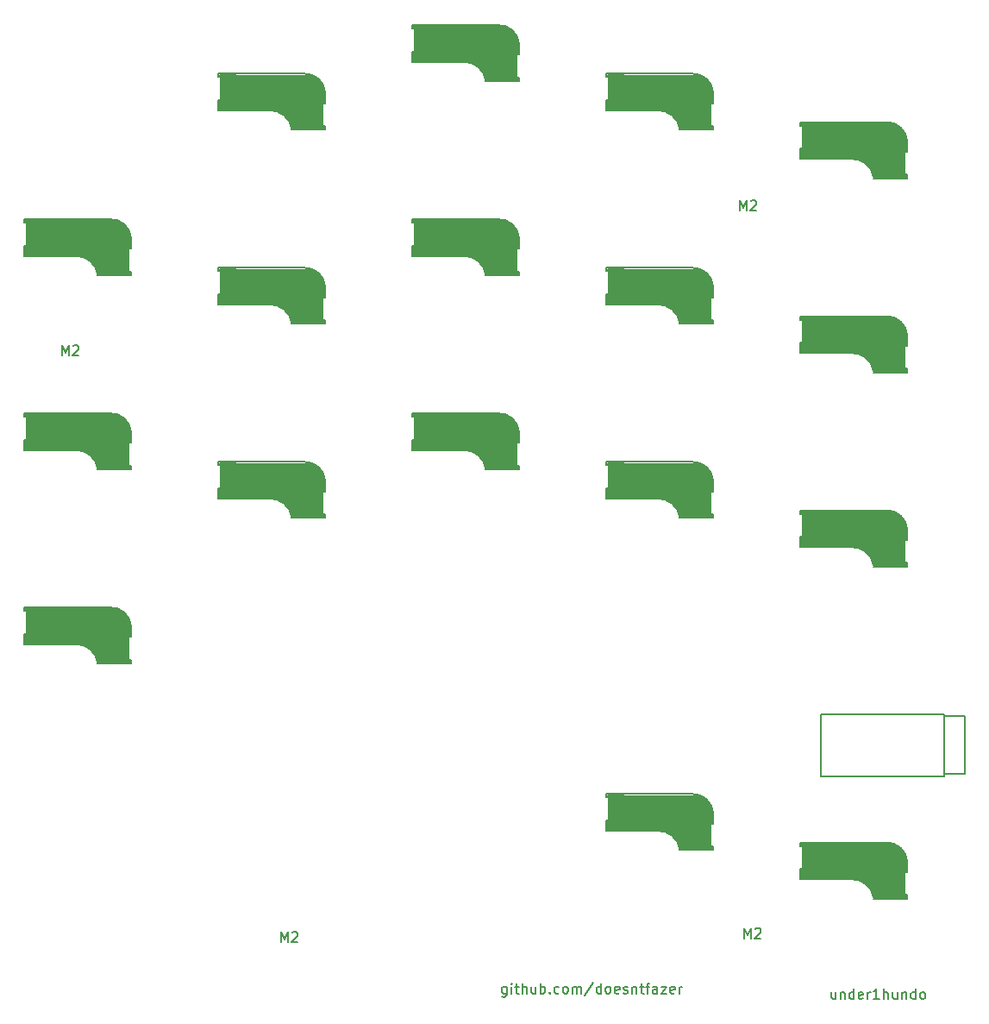
<source format=gbr>
%TF.GenerationSoftware,KiCad,Pcbnew,7.0.1*%
%TF.CreationDate,2023-09-26T17:53:04-04:00*%
%TF.ProjectId,under1hundo,756e6465-7231-4687-956e-646f2e6b6963,rev?*%
%TF.SameCoordinates,Original*%
%TF.FileFunction,Legend,Top*%
%TF.FilePolarity,Positive*%
%FSLAX46Y46*%
G04 Gerber Fmt 4.6, Leading zero omitted, Abs format (unit mm)*
G04 Created by KiCad (PCBNEW 7.0.1) date 2023-09-26 17:53:04*
%MOMM*%
%LPD*%
G01*
G04 APERTURE LIST*
%ADD10C,0.150000*%
%ADD11C,0.400000*%
%ADD12C,0.500000*%
%ADD13C,1.000000*%
%ADD14C,3.500000*%
%ADD15C,3.000000*%
%ADD16C,0.800000*%
%ADD17C,0.300000*%
G04 APERTURE END LIST*
D10*
X228846666Y-131270952D02*
X228846666Y-131937619D01*
X228418095Y-131270952D02*
X228418095Y-131794761D01*
X228418095Y-131794761D02*
X228465714Y-131890000D01*
X228465714Y-131890000D02*
X228560952Y-131937619D01*
X228560952Y-131937619D02*
X228703809Y-131937619D01*
X228703809Y-131937619D02*
X228799047Y-131890000D01*
X228799047Y-131890000D02*
X228846666Y-131842380D01*
X229322857Y-131270952D02*
X229322857Y-131937619D01*
X229322857Y-131366190D02*
X229370476Y-131318571D01*
X229370476Y-131318571D02*
X229465714Y-131270952D01*
X229465714Y-131270952D02*
X229608571Y-131270952D01*
X229608571Y-131270952D02*
X229703809Y-131318571D01*
X229703809Y-131318571D02*
X229751428Y-131413809D01*
X229751428Y-131413809D02*
X229751428Y-131937619D01*
X230656190Y-131937619D02*
X230656190Y-130937619D01*
X230656190Y-131890000D02*
X230560952Y-131937619D01*
X230560952Y-131937619D02*
X230370476Y-131937619D01*
X230370476Y-131937619D02*
X230275238Y-131890000D01*
X230275238Y-131890000D02*
X230227619Y-131842380D01*
X230227619Y-131842380D02*
X230180000Y-131747142D01*
X230180000Y-131747142D02*
X230180000Y-131461428D01*
X230180000Y-131461428D02*
X230227619Y-131366190D01*
X230227619Y-131366190D02*
X230275238Y-131318571D01*
X230275238Y-131318571D02*
X230370476Y-131270952D01*
X230370476Y-131270952D02*
X230560952Y-131270952D01*
X230560952Y-131270952D02*
X230656190Y-131318571D01*
X231513333Y-131890000D02*
X231418095Y-131937619D01*
X231418095Y-131937619D02*
X231227619Y-131937619D01*
X231227619Y-131937619D02*
X231132381Y-131890000D01*
X231132381Y-131890000D02*
X231084762Y-131794761D01*
X231084762Y-131794761D02*
X231084762Y-131413809D01*
X231084762Y-131413809D02*
X231132381Y-131318571D01*
X231132381Y-131318571D02*
X231227619Y-131270952D01*
X231227619Y-131270952D02*
X231418095Y-131270952D01*
X231418095Y-131270952D02*
X231513333Y-131318571D01*
X231513333Y-131318571D02*
X231560952Y-131413809D01*
X231560952Y-131413809D02*
X231560952Y-131509047D01*
X231560952Y-131509047D02*
X231084762Y-131604285D01*
X231989524Y-131937619D02*
X231989524Y-131270952D01*
X231989524Y-131461428D02*
X232037143Y-131366190D01*
X232037143Y-131366190D02*
X232084762Y-131318571D01*
X232084762Y-131318571D02*
X232180000Y-131270952D01*
X232180000Y-131270952D02*
X232275238Y-131270952D01*
X233132381Y-131937619D02*
X232560953Y-131937619D01*
X232846667Y-131937619D02*
X232846667Y-130937619D01*
X232846667Y-130937619D02*
X232751429Y-131080476D01*
X232751429Y-131080476D02*
X232656191Y-131175714D01*
X232656191Y-131175714D02*
X232560953Y-131223333D01*
X233560953Y-131937619D02*
X233560953Y-130937619D01*
X233989524Y-131937619D02*
X233989524Y-131413809D01*
X233989524Y-131413809D02*
X233941905Y-131318571D01*
X233941905Y-131318571D02*
X233846667Y-131270952D01*
X233846667Y-131270952D02*
X233703810Y-131270952D01*
X233703810Y-131270952D02*
X233608572Y-131318571D01*
X233608572Y-131318571D02*
X233560953Y-131366190D01*
X234894286Y-131270952D02*
X234894286Y-131937619D01*
X234465715Y-131270952D02*
X234465715Y-131794761D01*
X234465715Y-131794761D02*
X234513334Y-131890000D01*
X234513334Y-131890000D02*
X234608572Y-131937619D01*
X234608572Y-131937619D02*
X234751429Y-131937619D01*
X234751429Y-131937619D02*
X234846667Y-131890000D01*
X234846667Y-131890000D02*
X234894286Y-131842380D01*
X235370477Y-131270952D02*
X235370477Y-131937619D01*
X235370477Y-131366190D02*
X235418096Y-131318571D01*
X235418096Y-131318571D02*
X235513334Y-131270952D01*
X235513334Y-131270952D02*
X235656191Y-131270952D01*
X235656191Y-131270952D02*
X235751429Y-131318571D01*
X235751429Y-131318571D02*
X235799048Y-131413809D01*
X235799048Y-131413809D02*
X235799048Y-131937619D01*
X236703810Y-131937619D02*
X236703810Y-130937619D01*
X236703810Y-131890000D02*
X236608572Y-131937619D01*
X236608572Y-131937619D02*
X236418096Y-131937619D01*
X236418096Y-131937619D02*
X236322858Y-131890000D01*
X236322858Y-131890000D02*
X236275239Y-131842380D01*
X236275239Y-131842380D02*
X236227620Y-131747142D01*
X236227620Y-131747142D02*
X236227620Y-131461428D01*
X236227620Y-131461428D02*
X236275239Y-131366190D01*
X236275239Y-131366190D02*
X236322858Y-131318571D01*
X236322858Y-131318571D02*
X236418096Y-131270952D01*
X236418096Y-131270952D02*
X236608572Y-131270952D01*
X236608572Y-131270952D02*
X236703810Y-131318571D01*
X237322858Y-131937619D02*
X237227620Y-131890000D01*
X237227620Y-131890000D02*
X237180001Y-131842380D01*
X237180001Y-131842380D02*
X237132382Y-131747142D01*
X237132382Y-131747142D02*
X237132382Y-131461428D01*
X237132382Y-131461428D02*
X237180001Y-131366190D01*
X237180001Y-131366190D02*
X237227620Y-131318571D01*
X237227620Y-131318571D02*
X237322858Y-131270952D01*
X237322858Y-131270952D02*
X237465715Y-131270952D01*
X237465715Y-131270952D02*
X237560953Y-131318571D01*
X237560953Y-131318571D02*
X237608572Y-131366190D01*
X237608572Y-131366190D02*
X237656191Y-131461428D01*
X237656191Y-131461428D02*
X237656191Y-131747142D01*
X237656191Y-131747142D02*
X237608572Y-131842380D01*
X237608572Y-131842380D02*
X237560953Y-131890000D01*
X237560953Y-131890000D02*
X237465715Y-131937619D01*
X237465715Y-131937619D02*
X237322858Y-131937619D01*
X196536666Y-130740952D02*
X196536666Y-131550476D01*
X196536666Y-131550476D02*
X196489047Y-131645714D01*
X196489047Y-131645714D02*
X196441428Y-131693333D01*
X196441428Y-131693333D02*
X196346190Y-131740952D01*
X196346190Y-131740952D02*
X196203333Y-131740952D01*
X196203333Y-131740952D02*
X196108095Y-131693333D01*
X196536666Y-131360000D02*
X196441428Y-131407619D01*
X196441428Y-131407619D02*
X196250952Y-131407619D01*
X196250952Y-131407619D02*
X196155714Y-131360000D01*
X196155714Y-131360000D02*
X196108095Y-131312380D01*
X196108095Y-131312380D02*
X196060476Y-131217142D01*
X196060476Y-131217142D02*
X196060476Y-130931428D01*
X196060476Y-130931428D02*
X196108095Y-130836190D01*
X196108095Y-130836190D02*
X196155714Y-130788571D01*
X196155714Y-130788571D02*
X196250952Y-130740952D01*
X196250952Y-130740952D02*
X196441428Y-130740952D01*
X196441428Y-130740952D02*
X196536666Y-130788571D01*
X197012857Y-131407619D02*
X197012857Y-130740952D01*
X197012857Y-130407619D02*
X196965238Y-130455238D01*
X196965238Y-130455238D02*
X197012857Y-130502857D01*
X197012857Y-130502857D02*
X197060476Y-130455238D01*
X197060476Y-130455238D02*
X197012857Y-130407619D01*
X197012857Y-130407619D02*
X197012857Y-130502857D01*
X197346190Y-130740952D02*
X197727142Y-130740952D01*
X197489047Y-130407619D02*
X197489047Y-131264761D01*
X197489047Y-131264761D02*
X197536666Y-131360000D01*
X197536666Y-131360000D02*
X197631904Y-131407619D01*
X197631904Y-131407619D02*
X197727142Y-131407619D01*
X198060476Y-131407619D02*
X198060476Y-130407619D01*
X198489047Y-131407619D02*
X198489047Y-130883809D01*
X198489047Y-130883809D02*
X198441428Y-130788571D01*
X198441428Y-130788571D02*
X198346190Y-130740952D01*
X198346190Y-130740952D02*
X198203333Y-130740952D01*
X198203333Y-130740952D02*
X198108095Y-130788571D01*
X198108095Y-130788571D02*
X198060476Y-130836190D01*
X199393809Y-130740952D02*
X199393809Y-131407619D01*
X198965238Y-130740952D02*
X198965238Y-131264761D01*
X198965238Y-131264761D02*
X199012857Y-131360000D01*
X199012857Y-131360000D02*
X199108095Y-131407619D01*
X199108095Y-131407619D02*
X199250952Y-131407619D01*
X199250952Y-131407619D02*
X199346190Y-131360000D01*
X199346190Y-131360000D02*
X199393809Y-131312380D01*
X199870000Y-131407619D02*
X199870000Y-130407619D01*
X199870000Y-130788571D02*
X199965238Y-130740952D01*
X199965238Y-130740952D02*
X200155714Y-130740952D01*
X200155714Y-130740952D02*
X200250952Y-130788571D01*
X200250952Y-130788571D02*
X200298571Y-130836190D01*
X200298571Y-130836190D02*
X200346190Y-130931428D01*
X200346190Y-130931428D02*
X200346190Y-131217142D01*
X200346190Y-131217142D02*
X200298571Y-131312380D01*
X200298571Y-131312380D02*
X200250952Y-131360000D01*
X200250952Y-131360000D02*
X200155714Y-131407619D01*
X200155714Y-131407619D02*
X199965238Y-131407619D01*
X199965238Y-131407619D02*
X199870000Y-131360000D01*
X200774762Y-131312380D02*
X200822381Y-131360000D01*
X200822381Y-131360000D02*
X200774762Y-131407619D01*
X200774762Y-131407619D02*
X200727143Y-131360000D01*
X200727143Y-131360000D02*
X200774762Y-131312380D01*
X200774762Y-131312380D02*
X200774762Y-131407619D01*
X201679523Y-131360000D02*
X201584285Y-131407619D01*
X201584285Y-131407619D02*
X201393809Y-131407619D01*
X201393809Y-131407619D02*
X201298571Y-131360000D01*
X201298571Y-131360000D02*
X201250952Y-131312380D01*
X201250952Y-131312380D02*
X201203333Y-131217142D01*
X201203333Y-131217142D02*
X201203333Y-130931428D01*
X201203333Y-130931428D02*
X201250952Y-130836190D01*
X201250952Y-130836190D02*
X201298571Y-130788571D01*
X201298571Y-130788571D02*
X201393809Y-130740952D01*
X201393809Y-130740952D02*
X201584285Y-130740952D01*
X201584285Y-130740952D02*
X201679523Y-130788571D01*
X202250952Y-131407619D02*
X202155714Y-131360000D01*
X202155714Y-131360000D02*
X202108095Y-131312380D01*
X202108095Y-131312380D02*
X202060476Y-131217142D01*
X202060476Y-131217142D02*
X202060476Y-130931428D01*
X202060476Y-130931428D02*
X202108095Y-130836190D01*
X202108095Y-130836190D02*
X202155714Y-130788571D01*
X202155714Y-130788571D02*
X202250952Y-130740952D01*
X202250952Y-130740952D02*
X202393809Y-130740952D01*
X202393809Y-130740952D02*
X202489047Y-130788571D01*
X202489047Y-130788571D02*
X202536666Y-130836190D01*
X202536666Y-130836190D02*
X202584285Y-130931428D01*
X202584285Y-130931428D02*
X202584285Y-131217142D01*
X202584285Y-131217142D02*
X202536666Y-131312380D01*
X202536666Y-131312380D02*
X202489047Y-131360000D01*
X202489047Y-131360000D02*
X202393809Y-131407619D01*
X202393809Y-131407619D02*
X202250952Y-131407619D01*
X203012857Y-131407619D02*
X203012857Y-130740952D01*
X203012857Y-130836190D02*
X203060476Y-130788571D01*
X203060476Y-130788571D02*
X203155714Y-130740952D01*
X203155714Y-130740952D02*
X203298571Y-130740952D01*
X203298571Y-130740952D02*
X203393809Y-130788571D01*
X203393809Y-130788571D02*
X203441428Y-130883809D01*
X203441428Y-130883809D02*
X203441428Y-131407619D01*
X203441428Y-130883809D02*
X203489047Y-130788571D01*
X203489047Y-130788571D02*
X203584285Y-130740952D01*
X203584285Y-130740952D02*
X203727142Y-130740952D01*
X203727142Y-130740952D02*
X203822381Y-130788571D01*
X203822381Y-130788571D02*
X203870000Y-130883809D01*
X203870000Y-130883809D02*
X203870000Y-131407619D01*
X205060475Y-130360000D02*
X204203333Y-131645714D01*
X205822380Y-131407619D02*
X205822380Y-130407619D01*
X205822380Y-131360000D02*
X205727142Y-131407619D01*
X205727142Y-131407619D02*
X205536666Y-131407619D01*
X205536666Y-131407619D02*
X205441428Y-131360000D01*
X205441428Y-131360000D02*
X205393809Y-131312380D01*
X205393809Y-131312380D02*
X205346190Y-131217142D01*
X205346190Y-131217142D02*
X205346190Y-130931428D01*
X205346190Y-130931428D02*
X205393809Y-130836190D01*
X205393809Y-130836190D02*
X205441428Y-130788571D01*
X205441428Y-130788571D02*
X205536666Y-130740952D01*
X205536666Y-130740952D02*
X205727142Y-130740952D01*
X205727142Y-130740952D02*
X205822380Y-130788571D01*
X206441428Y-131407619D02*
X206346190Y-131360000D01*
X206346190Y-131360000D02*
X206298571Y-131312380D01*
X206298571Y-131312380D02*
X206250952Y-131217142D01*
X206250952Y-131217142D02*
X206250952Y-130931428D01*
X206250952Y-130931428D02*
X206298571Y-130836190D01*
X206298571Y-130836190D02*
X206346190Y-130788571D01*
X206346190Y-130788571D02*
X206441428Y-130740952D01*
X206441428Y-130740952D02*
X206584285Y-130740952D01*
X206584285Y-130740952D02*
X206679523Y-130788571D01*
X206679523Y-130788571D02*
X206727142Y-130836190D01*
X206727142Y-130836190D02*
X206774761Y-130931428D01*
X206774761Y-130931428D02*
X206774761Y-131217142D01*
X206774761Y-131217142D02*
X206727142Y-131312380D01*
X206727142Y-131312380D02*
X206679523Y-131360000D01*
X206679523Y-131360000D02*
X206584285Y-131407619D01*
X206584285Y-131407619D02*
X206441428Y-131407619D01*
X207584285Y-131360000D02*
X207489047Y-131407619D01*
X207489047Y-131407619D02*
X207298571Y-131407619D01*
X207298571Y-131407619D02*
X207203333Y-131360000D01*
X207203333Y-131360000D02*
X207155714Y-131264761D01*
X207155714Y-131264761D02*
X207155714Y-130883809D01*
X207155714Y-130883809D02*
X207203333Y-130788571D01*
X207203333Y-130788571D02*
X207298571Y-130740952D01*
X207298571Y-130740952D02*
X207489047Y-130740952D01*
X207489047Y-130740952D02*
X207584285Y-130788571D01*
X207584285Y-130788571D02*
X207631904Y-130883809D01*
X207631904Y-130883809D02*
X207631904Y-130979047D01*
X207631904Y-130979047D02*
X207155714Y-131074285D01*
X208012857Y-131360000D02*
X208108095Y-131407619D01*
X208108095Y-131407619D02*
X208298571Y-131407619D01*
X208298571Y-131407619D02*
X208393809Y-131360000D01*
X208393809Y-131360000D02*
X208441428Y-131264761D01*
X208441428Y-131264761D02*
X208441428Y-131217142D01*
X208441428Y-131217142D02*
X208393809Y-131121904D01*
X208393809Y-131121904D02*
X208298571Y-131074285D01*
X208298571Y-131074285D02*
X208155714Y-131074285D01*
X208155714Y-131074285D02*
X208060476Y-131026666D01*
X208060476Y-131026666D02*
X208012857Y-130931428D01*
X208012857Y-130931428D02*
X208012857Y-130883809D01*
X208012857Y-130883809D02*
X208060476Y-130788571D01*
X208060476Y-130788571D02*
X208155714Y-130740952D01*
X208155714Y-130740952D02*
X208298571Y-130740952D01*
X208298571Y-130740952D02*
X208393809Y-130788571D01*
X208870000Y-130740952D02*
X208870000Y-131407619D01*
X208870000Y-130836190D02*
X208917619Y-130788571D01*
X208917619Y-130788571D02*
X209012857Y-130740952D01*
X209012857Y-130740952D02*
X209155714Y-130740952D01*
X209155714Y-130740952D02*
X209250952Y-130788571D01*
X209250952Y-130788571D02*
X209298571Y-130883809D01*
X209298571Y-130883809D02*
X209298571Y-131407619D01*
X209631905Y-130740952D02*
X210012857Y-130740952D01*
X209774762Y-130407619D02*
X209774762Y-131264761D01*
X209774762Y-131264761D02*
X209822381Y-131360000D01*
X209822381Y-131360000D02*
X209917619Y-131407619D01*
X209917619Y-131407619D02*
X210012857Y-131407619D01*
X210203334Y-130740952D02*
X210584286Y-130740952D01*
X210346191Y-131407619D02*
X210346191Y-130550476D01*
X210346191Y-130550476D02*
X210393810Y-130455238D01*
X210393810Y-130455238D02*
X210489048Y-130407619D01*
X210489048Y-130407619D02*
X210584286Y-130407619D01*
X211346191Y-131407619D02*
X211346191Y-130883809D01*
X211346191Y-130883809D02*
X211298572Y-130788571D01*
X211298572Y-130788571D02*
X211203334Y-130740952D01*
X211203334Y-130740952D02*
X211012858Y-130740952D01*
X211012858Y-130740952D02*
X210917620Y-130788571D01*
X211346191Y-131360000D02*
X211250953Y-131407619D01*
X211250953Y-131407619D02*
X211012858Y-131407619D01*
X211012858Y-131407619D02*
X210917620Y-131360000D01*
X210917620Y-131360000D02*
X210870001Y-131264761D01*
X210870001Y-131264761D02*
X210870001Y-131169523D01*
X210870001Y-131169523D02*
X210917620Y-131074285D01*
X210917620Y-131074285D02*
X211012858Y-131026666D01*
X211012858Y-131026666D02*
X211250953Y-131026666D01*
X211250953Y-131026666D02*
X211346191Y-130979047D01*
X211727144Y-130740952D02*
X212250953Y-130740952D01*
X212250953Y-130740952D02*
X211727144Y-131407619D01*
X211727144Y-131407619D02*
X212250953Y-131407619D01*
X213012858Y-131360000D02*
X212917620Y-131407619D01*
X212917620Y-131407619D02*
X212727144Y-131407619D01*
X212727144Y-131407619D02*
X212631906Y-131360000D01*
X212631906Y-131360000D02*
X212584287Y-131264761D01*
X212584287Y-131264761D02*
X212584287Y-130883809D01*
X212584287Y-130883809D02*
X212631906Y-130788571D01*
X212631906Y-130788571D02*
X212727144Y-130740952D01*
X212727144Y-130740952D02*
X212917620Y-130740952D01*
X212917620Y-130740952D02*
X213012858Y-130788571D01*
X213012858Y-130788571D02*
X213060477Y-130883809D01*
X213060477Y-130883809D02*
X213060477Y-130979047D01*
X213060477Y-130979047D02*
X212584287Y-131074285D01*
X213489049Y-131407619D02*
X213489049Y-130740952D01*
X213489049Y-130931428D02*
X213536668Y-130836190D01*
X213536668Y-130836190D02*
X213584287Y-130788571D01*
X213584287Y-130788571D02*
X213679525Y-130740952D01*
X213679525Y-130740952D02*
X213774763Y-130740952D01*
%TO.C,M2*%
X174370476Y-126354619D02*
X174370476Y-125354619D01*
X174370476Y-125354619D02*
X174703809Y-126068904D01*
X174703809Y-126068904D02*
X175037142Y-125354619D01*
X175037142Y-125354619D02*
X175037142Y-126354619D01*
X175465714Y-125449857D02*
X175513333Y-125402238D01*
X175513333Y-125402238D02*
X175608571Y-125354619D01*
X175608571Y-125354619D02*
X175846666Y-125354619D01*
X175846666Y-125354619D02*
X175941904Y-125402238D01*
X175941904Y-125402238D02*
X175989523Y-125449857D01*
X175989523Y-125449857D02*
X176037142Y-125545095D01*
X176037142Y-125545095D02*
X176037142Y-125640333D01*
X176037142Y-125640333D02*
X175989523Y-125783190D01*
X175989523Y-125783190D02*
X175418095Y-126354619D01*
X175418095Y-126354619D02*
X176037142Y-126354619D01*
X152860476Y-68788619D02*
X152860476Y-67788619D01*
X152860476Y-67788619D02*
X153193809Y-68502904D01*
X153193809Y-68502904D02*
X153527142Y-67788619D01*
X153527142Y-67788619D02*
X153527142Y-68788619D01*
X153955714Y-67883857D02*
X154003333Y-67836238D01*
X154003333Y-67836238D02*
X154098571Y-67788619D01*
X154098571Y-67788619D02*
X154336666Y-67788619D01*
X154336666Y-67788619D02*
X154431904Y-67836238D01*
X154431904Y-67836238D02*
X154479523Y-67883857D01*
X154479523Y-67883857D02*
X154527142Y-67979095D01*
X154527142Y-67979095D02*
X154527142Y-68074333D01*
X154527142Y-68074333D02*
X154479523Y-68217190D01*
X154479523Y-68217190D02*
X153908095Y-68788619D01*
X153908095Y-68788619D02*
X154527142Y-68788619D01*
X219408476Y-54564619D02*
X219408476Y-53564619D01*
X219408476Y-53564619D02*
X219741809Y-54278904D01*
X219741809Y-54278904D02*
X220075142Y-53564619D01*
X220075142Y-53564619D02*
X220075142Y-54564619D01*
X220503714Y-53659857D02*
X220551333Y-53612238D01*
X220551333Y-53612238D02*
X220646571Y-53564619D01*
X220646571Y-53564619D02*
X220884666Y-53564619D01*
X220884666Y-53564619D02*
X220979904Y-53612238D01*
X220979904Y-53612238D02*
X221027523Y-53659857D01*
X221027523Y-53659857D02*
X221075142Y-53755095D01*
X221075142Y-53755095D02*
X221075142Y-53850333D01*
X221075142Y-53850333D02*
X221027523Y-53993190D01*
X221027523Y-53993190D02*
X220456095Y-54564619D01*
X220456095Y-54564619D02*
X221075142Y-54564619D01*
X219840476Y-125994619D02*
X219840476Y-124994619D01*
X219840476Y-124994619D02*
X220173809Y-125708904D01*
X220173809Y-125708904D02*
X220507142Y-124994619D01*
X220507142Y-124994619D02*
X220507142Y-125994619D01*
X220935714Y-125089857D02*
X220983333Y-125042238D01*
X220983333Y-125042238D02*
X221078571Y-124994619D01*
X221078571Y-124994619D02*
X221316666Y-124994619D01*
X221316666Y-124994619D02*
X221411904Y-125042238D01*
X221411904Y-125042238D02*
X221459523Y-125089857D01*
X221459523Y-125089857D02*
X221507142Y-125185095D01*
X221507142Y-125185095D02*
X221507142Y-125280333D01*
X221507142Y-125280333D02*
X221459523Y-125423190D01*
X221459523Y-125423190D02*
X220888095Y-125994619D01*
X220888095Y-125994619D02*
X221507142Y-125994619D01*
%TO.C,SW17*%
X225382000Y-116590000D02*
X233782000Y-116589999D01*
X225382000Y-116940000D02*
X225382000Y-116590000D01*
X225382000Y-119190000D02*
X225582000Y-119190000D01*
X225382000Y-120190000D02*
X225382000Y-119190000D01*
D11*
X225582000Y-116790000D02*
X226982000Y-116790000D01*
D10*
X225582000Y-116940000D02*
X225382000Y-116940000D01*
D11*
X225582000Y-119290000D02*
X225582000Y-119990000D01*
D10*
X225602000Y-119190000D02*
X225602000Y-116940000D01*
D12*
X225682000Y-119890000D02*
X227082000Y-119890000D01*
D13*
X226082000Y-117190000D02*
X226082000Y-119690000D01*
D14*
X227382000Y-118390000D02*
X234082000Y-118390000D01*
D10*
X230382000Y-120190000D02*
X225382000Y-120190000D01*
D15*
X234152000Y-118090000D02*
X234152000Y-120330000D01*
D16*
X235282000Y-121590000D02*
X235282000Y-119790000D01*
D10*
X235652000Y-119490000D02*
X235652000Y-121730000D01*
X235682000Y-121730000D02*
X235882000Y-121730000D01*
D12*
X235682000Y-121890000D02*
X232982000Y-121890000D01*
D17*
X235781999Y-119390000D02*
X235782000Y-118490001D01*
D10*
X235882000Y-118490000D02*
X235882000Y-119490000D01*
X235882000Y-119490000D02*
X235682000Y-119490000D01*
X235882000Y-122090000D02*
X232602000Y-122090000D01*
X235882000Y-122090000D02*
X235882000Y-121730000D01*
X232598318Y-122068529D02*
G75*
G03*
X230382000Y-120190000I-2151318J-291471D01*
G01*
D13*
X232998318Y-121668529D02*
G75*
G03*
X230782000Y-119790000I-2151318J-291471D01*
G01*
D10*
X235882001Y-118490000D02*
G75*
G03*
X233782000Y-116589999I-2000001J-100000D01*
G01*
%TO.C,SW16*%
X206332000Y-111827500D02*
X214732000Y-111827499D01*
X206332000Y-112177500D02*
X206332000Y-111827500D01*
X206332000Y-114427500D02*
X206532000Y-114427500D01*
X206332000Y-115427500D02*
X206332000Y-114427500D01*
D11*
X206532000Y-112027500D02*
X207932000Y-112027500D01*
D10*
X206532000Y-112177500D02*
X206332000Y-112177500D01*
D11*
X206532000Y-114527500D02*
X206532000Y-115227500D01*
D10*
X206552000Y-114427500D02*
X206552000Y-112177500D01*
D12*
X206632000Y-115127500D02*
X208032000Y-115127500D01*
D13*
X207032000Y-112427500D02*
X207032000Y-114927500D01*
D14*
X208332000Y-113627500D02*
X215032000Y-113627500D01*
D10*
X211332000Y-115427500D02*
X206332000Y-115427500D01*
D15*
X215102000Y-113327500D02*
X215102000Y-115567500D01*
D16*
X216232000Y-116827500D02*
X216232000Y-115027500D01*
D10*
X216602000Y-114727500D02*
X216602000Y-116967500D01*
X216632000Y-116967500D02*
X216832000Y-116967500D01*
D12*
X216632000Y-117127500D02*
X213932000Y-117127500D01*
D17*
X216731999Y-114627500D02*
X216732000Y-113727501D01*
D10*
X216832000Y-113727500D02*
X216832000Y-114727500D01*
X216832000Y-114727500D02*
X216632000Y-114727500D01*
X216832000Y-117327500D02*
X213552000Y-117327500D01*
X216832000Y-117327500D02*
X216832000Y-116967500D01*
X213548318Y-117306029D02*
G75*
G03*
X211332000Y-115427500I-2151318J-291471D01*
G01*
D13*
X213948318Y-116906029D02*
G75*
G03*
X211732000Y-115027500I-2151318J-291471D01*
G01*
D10*
X216832001Y-113727500D02*
G75*
G03*
X214732000Y-111827499I-2000001J-100000D01*
G01*
%TO.C,SW15*%
X225382000Y-83991000D02*
X233782000Y-83990999D01*
X225382000Y-84341000D02*
X225382000Y-83991000D01*
X225382000Y-86591000D02*
X225582000Y-86591000D01*
X225382000Y-87591000D02*
X225382000Y-86591000D01*
D11*
X225582000Y-84191000D02*
X226982000Y-84191000D01*
D10*
X225582000Y-84341000D02*
X225382000Y-84341000D01*
D11*
X225582000Y-86691000D02*
X225582000Y-87391000D01*
D10*
X225602000Y-86591000D02*
X225602000Y-84341000D01*
D12*
X225682000Y-87291000D02*
X227082000Y-87291000D01*
D13*
X226082000Y-84591000D02*
X226082000Y-87091000D01*
D14*
X227382000Y-85791000D02*
X234082000Y-85791000D01*
D10*
X230382000Y-87591000D02*
X225382000Y-87591000D01*
D15*
X234152000Y-85491000D02*
X234152000Y-87731000D01*
D16*
X235282000Y-88991000D02*
X235282000Y-87191000D01*
D10*
X235652000Y-86891000D02*
X235652000Y-89131000D01*
X235682000Y-89131000D02*
X235882000Y-89131000D01*
D12*
X235682000Y-89291000D02*
X232982000Y-89291000D01*
D17*
X235781999Y-86791000D02*
X235782000Y-85891001D01*
D10*
X235882000Y-85891000D02*
X235882000Y-86891000D01*
X235882000Y-86891000D02*
X235682000Y-86891000D01*
X235882000Y-89491000D02*
X232602000Y-89491000D01*
X235882000Y-89491000D02*
X235882000Y-89131000D01*
X232598318Y-89469529D02*
G75*
G03*
X230382000Y-87591000I-2151318J-291471D01*
G01*
D13*
X232998318Y-89069529D02*
G75*
G03*
X230782000Y-87191000I-2151318J-291471D01*
G01*
D10*
X235882001Y-85891000D02*
G75*
G03*
X233782000Y-83990999I-2000001J-100000D01*
G01*
%TO.C,SW14*%
X206332000Y-79228500D02*
X214732000Y-79228499D01*
X206332000Y-79578500D02*
X206332000Y-79228500D01*
X206332000Y-81828500D02*
X206532000Y-81828500D01*
X206332000Y-82828500D02*
X206332000Y-81828500D01*
D11*
X206532000Y-79428500D02*
X207932000Y-79428500D01*
D10*
X206532000Y-79578500D02*
X206332000Y-79578500D01*
D11*
X206532000Y-81928500D02*
X206532000Y-82628500D01*
D10*
X206552000Y-81828500D02*
X206552000Y-79578500D01*
D12*
X206632000Y-82528500D02*
X208032000Y-82528500D01*
D13*
X207032000Y-79828500D02*
X207032000Y-82328500D01*
D14*
X208332000Y-81028500D02*
X215032000Y-81028500D01*
D10*
X211332000Y-82828500D02*
X206332000Y-82828500D01*
D15*
X215102000Y-80728500D02*
X215102000Y-82968500D01*
D16*
X216232000Y-84228500D02*
X216232000Y-82428500D01*
D10*
X216602000Y-82128500D02*
X216602000Y-84368500D01*
X216632000Y-84368500D02*
X216832000Y-84368500D01*
D12*
X216632000Y-84528500D02*
X213932000Y-84528500D01*
D17*
X216731999Y-82028500D02*
X216732000Y-81128501D01*
D10*
X216832000Y-81128500D02*
X216832000Y-82128500D01*
X216832000Y-82128500D02*
X216632000Y-82128500D01*
X216832000Y-84728500D02*
X213552000Y-84728500D01*
X216832000Y-84728500D02*
X216832000Y-84368500D01*
X213548318Y-84707029D02*
G75*
G03*
X211332000Y-82828500I-2151318J-291471D01*
G01*
D13*
X213948318Y-84307029D02*
G75*
G03*
X211732000Y-82428500I-2151318J-291471D01*
G01*
D10*
X216832001Y-81128500D02*
G75*
G03*
X214732000Y-79228499I-2000001J-100000D01*
G01*
%TO.C,SW13*%
X187282000Y-74466000D02*
X195682000Y-74465999D01*
X187282000Y-74816000D02*
X187282000Y-74466000D01*
X187282000Y-77066000D02*
X187482000Y-77066000D01*
X187282000Y-78066000D02*
X187282000Y-77066000D01*
D11*
X187482000Y-74666000D02*
X188882000Y-74666000D01*
D10*
X187482000Y-74816000D02*
X187282000Y-74816000D01*
D11*
X187482000Y-77166000D02*
X187482000Y-77866000D01*
D10*
X187502000Y-77066000D02*
X187502000Y-74816000D01*
D12*
X187582000Y-77766000D02*
X188982000Y-77766000D01*
D13*
X187982000Y-75066000D02*
X187982000Y-77566000D01*
D14*
X189282000Y-76266000D02*
X195982000Y-76266000D01*
D10*
X192282000Y-78066000D02*
X187282000Y-78066000D01*
D15*
X196052000Y-75966000D02*
X196052000Y-78206000D01*
D16*
X197182000Y-79466000D02*
X197182000Y-77666000D01*
D10*
X197552000Y-77366000D02*
X197552000Y-79606000D01*
X197582000Y-79606000D02*
X197782000Y-79606000D01*
D12*
X197582000Y-79766000D02*
X194882000Y-79766000D01*
D17*
X197681999Y-77266000D02*
X197682000Y-76366001D01*
D10*
X197782000Y-76366000D02*
X197782000Y-77366000D01*
X197782000Y-77366000D02*
X197582000Y-77366000D01*
X197782000Y-79966000D02*
X194502000Y-79966000D01*
X197782000Y-79966000D02*
X197782000Y-79606000D01*
X194498318Y-79944529D02*
G75*
G03*
X192282000Y-78066000I-2151318J-291471D01*
G01*
D13*
X194898318Y-79544529D02*
G75*
G03*
X192682000Y-77666000I-2151318J-291471D01*
G01*
D10*
X197782001Y-76366000D02*
G75*
G03*
X195682000Y-74465999I-2000001J-100000D01*
G01*
%TO.C,SW12*%
X168232000Y-79228500D02*
X176632000Y-79228499D01*
X168232000Y-79578500D02*
X168232000Y-79228500D01*
X168232000Y-81828500D02*
X168432000Y-81828500D01*
X168232000Y-82828500D02*
X168232000Y-81828500D01*
D11*
X168432000Y-79428500D02*
X169832000Y-79428500D01*
D10*
X168432000Y-79578500D02*
X168232000Y-79578500D01*
D11*
X168432000Y-81928500D02*
X168432000Y-82628500D01*
D10*
X168452000Y-81828500D02*
X168452000Y-79578500D01*
D12*
X168532000Y-82528500D02*
X169932000Y-82528500D01*
D13*
X168932000Y-79828500D02*
X168932000Y-82328500D01*
D14*
X170232000Y-81028500D02*
X176932000Y-81028500D01*
D10*
X173232000Y-82828500D02*
X168232000Y-82828500D01*
D15*
X177002000Y-80728500D02*
X177002000Y-82968500D01*
D16*
X178132000Y-84228500D02*
X178132000Y-82428500D01*
D10*
X178502000Y-82128500D02*
X178502000Y-84368500D01*
X178532000Y-84368500D02*
X178732000Y-84368500D01*
D12*
X178532000Y-84528500D02*
X175832000Y-84528500D01*
D17*
X178631999Y-82028500D02*
X178632000Y-81128501D01*
D10*
X178732000Y-81128500D02*
X178732000Y-82128500D01*
X178732000Y-82128500D02*
X178532000Y-82128500D01*
X178732000Y-84728500D02*
X175452000Y-84728500D01*
X178732000Y-84728500D02*
X178732000Y-84368500D01*
X175448318Y-84707029D02*
G75*
G03*
X173232000Y-82828500I-2151318J-291471D01*
G01*
D13*
X175848318Y-84307029D02*
G75*
G03*
X173632000Y-82428500I-2151318J-291471D01*
G01*
D10*
X178732001Y-81128500D02*
G75*
G03*
X176632000Y-79228499I-2000001J-100000D01*
G01*
%TO.C,SW11*%
X149182000Y-93516000D02*
X157582000Y-93515999D01*
X149182000Y-93866000D02*
X149182000Y-93516000D01*
X149182000Y-96116000D02*
X149382000Y-96116000D01*
X149182000Y-97116000D02*
X149182000Y-96116000D01*
D11*
X149382000Y-93716000D02*
X150782000Y-93716000D01*
D10*
X149382000Y-93866000D02*
X149182000Y-93866000D01*
D11*
X149382000Y-96216000D02*
X149382000Y-96916000D01*
D10*
X149402000Y-96116000D02*
X149402000Y-93866000D01*
D12*
X149482000Y-96816000D02*
X150882000Y-96816000D01*
D13*
X149882000Y-94116000D02*
X149882000Y-96616000D01*
D14*
X151182000Y-95316000D02*
X157882000Y-95316000D01*
D10*
X154182000Y-97116000D02*
X149182000Y-97116000D01*
D15*
X157952000Y-95016000D02*
X157952000Y-97256000D01*
D16*
X159082000Y-98516000D02*
X159082000Y-96716000D01*
D10*
X159452000Y-96416000D02*
X159452000Y-98656000D01*
X159482000Y-98656000D02*
X159682000Y-98656000D01*
D12*
X159482000Y-98816000D02*
X156782000Y-98816000D01*
D17*
X159581999Y-96316000D02*
X159582000Y-95416001D01*
D10*
X159682000Y-95416000D02*
X159682000Y-96416000D01*
X159682000Y-96416000D02*
X159482000Y-96416000D01*
X159682000Y-99016000D02*
X156402000Y-99016000D01*
X159682000Y-99016000D02*
X159682000Y-98656000D01*
X156398318Y-98994529D02*
G75*
G03*
X154182000Y-97116000I-2151318J-291471D01*
G01*
D13*
X156798318Y-98594529D02*
G75*
G03*
X154582000Y-96716000I-2151318J-291471D01*
G01*
D10*
X159682001Y-95416000D02*
G75*
G03*
X157582000Y-93515999I-2000001J-100000D01*
G01*
%TO.C,SW10*%
X225382000Y-64941000D02*
X233782000Y-64940999D01*
X225382000Y-65291000D02*
X225382000Y-64941000D01*
X225382000Y-67541000D02*
X225582000Y-67541000D01*
X225382000Y-68541000D02*
X225382000Y-67541000D01*
D11*
X225582000Y-65141000D02*
X226982000Y-65141000D01*
D10*
X225582000Y-65291000D02*
X225382000Y-65291000D01*
D11*
X225582000Y-67641000D02*
X225582000Y-68341000D01*
D10*
X225602000Y-67541000D02*
X225602000Y-65291000D01*
D12*
X225682000Y-68241000D02*
X227082000Y-68241000D01*
D13*
X226082000Y-65541000D02*
X226082000Y-68041000D01*
D14*
X227382000Y-66741000D02*
X234082000Y-66741000D01*
D10*
X230382000Y-68541000D02*
X225382000Y-68541000D01*
D15*
X234152000Y-66441000D02*
X234152000Y-68681000D01*
D16*
X235282000Y-69941000D02*
X235282000Y-68141000D01*
D10*
X235652000Y-67841000D02*
X235652000Y-70081000D01*
X235682000Y-70081000D02*
X235882000Y-70081000D01*
D12*
X235682000Y-70241000D02*
X232982000Y-70241000D01*
D17*
X235781999Y-67741000D02*
X235782000Y-66841001D01*
D10*
X235882000Y-66841000D02*
X235882000Y-67841000D01*
X235882000Y-67841000D02*
X235682000Y-67841000D01*
X235882000Y-70441000D02*
X232602000Y-70441000D01*
X235882000Y-70441000D02*
X235882000Y-70081000D01*
X232598318Y-70419529D02*
G75*
G03*
X230382000Y-68541000I-2151318J-291471D01*
G01*
D13*
X232998318Y-70019529D02*
G75*
G03*
X230782000Y-68141000I-2151318J-291471D01*
G01*
D10*
X235882001Y-66841000D02*
G75*
G03*
X233782000Y-64940999I-2000001J-100000D01*
G01*
%TO.C,SW9*%
X206332000Y-60178500D02*
X214732000Y-60178499D01*
X206332000Y-60528500D02*
X206332000Y-60178500D01*
X206332000Y-62778500D02*
X206532000Y-62778500D01*
X206332000Y-63778500D02*
X206332000Y-62778500D01*
D11*
X206532000Y-60378500D02*
X207932000Y-60378500D01*
D10*
X206532000Y-60528500D02*
X206332000Y-60528500D01*
D11*
X206532000Y-62878500D02*
X206532000Y-63578500D01*
D10*
X206552000Y-62778500D02*
X206552000Y-60528500D01*
D12*
X206632000Y-63478500D02*
X208032000Y-63478500D01*
D13*
X207032000Y-60778500D02*
X207032000Y-63278500D01*
D14*
X208332000Y-61978500D02*
X215032000Y-61978500D01*
D10*
X211332000Y-63778500D02*
X206332000Y-63778500D01*
D15*
X215102000Y-61678500D02*
X215102000Y-63918500D01*
D16*
X216232000Y-65178500D02*
X216232000Y-63378500D01*
D10*
X216602000Y-63078500D02*
X216602000Y-65318500D01*
X216632000Y-65318500D02*
X216832000Y-65318500D01*
D12*
X216632000Y-65478500D02*
X213932000Y-65478500D01*
D17*
X216731999Y-62978500D02*
X216732000Y-62078501D01*
D10*
X216832000Y-62078500D02*
X216832000Y-63078500D01*
X216832000Y-63078500D02*
X216632000Y-63078500D01*
X216832000Y-65678500D02*
X213552000Y-65678500D01*
X216832000Y-65678500D02*
X216832000Y-65318500D01*
X213548318Y-65657029D02*
G75*
G03*
X211332000Y-63778500I-2151318J-291471D01*
G01*
D13*
X213948318Y-65257029D02*
G75*
G03*
X211732000Y-63378500I-2151318J-291471D01*
G01*
D10*
X216832001Y-62078500D02*
G75*
G03*
X214732000Y-60178499I-2000001J-100000D01*
G01*
%TO.C,SW8*%
X187282000Y-55416000D02*
X195682000Y-55415999D01*
X187282000Y-55766000D02*
X187282000Y-55416000D01*
X187282000Y-58016000D02*
X187482000Y-58016000D01*
X187282000Y-59016000D02*
X187282000Y-58016000D01*
D11*
X187482000Y-55616000D02*
X188882000Y-55616000D01*
D10*
X187482000Y-55766000D02*
X187282000Y-55766000D01*
D11*
X187482000Y-58116000D02*
X187482000Y-58816000D01*
D10*
X187502000Y-58016000D02*
X187502000Y-55766000D01*
D12*
X187582000Y-58716000D02*
X188982000Y-58716000D01*
D13*
X187982000Y-56016000D02*
X187982000Y-58516000D01*
D14*
X189282000Y-57216000D02*
X195982000Y-57216000D01*
D10*
X192282000Y-59016000D02*
X187282000Y-59016000D01*
D15*
X196052000Y-56916000D02*
X196052000Y-59156000D01*
D16*
X197182000Y-60416000D02*
X197182000Y-58616000D01*
D10*
X197552000Y-58316000D02*
X197552000Y-60556000D01*
X197582000Y-60556000D02*
X197782000Y-60556000D01*
D12*
X197582000Y-60716000D02*
X194882000Y-60716000D01*
D17*
X197681999Y-58216000D02*
X197682000Y-57316001D01*
D10*
X197782000Y-57316000D02*
X197782000Y-58316000D01*
X197782000Y-58316000D02*
X197582000Y-58316000D01*
X197782000Y-60916000D02*
X194502000Y-60916000D01*
X197782000Y-60916000D02*
X197782000Y-60556000D01*
X194498318Y-60894529D02*
G75*
G03*
X192282000Y-59016000I-2151318J-291471D01*
G01*
D13*
X194898318Y-60494529D02*
G75*
G03*
X192682000Y-58616000I-2151318J-291471D01*
G01*
D10*
X197782001Y-57316000D02*
G75*
G03*
X195682000Y-55415999I-2000001J-100000D01*
G01*
%TO.C,SW7*%
X168232000Y-60178500D02*
X176632000Y-60178499D01*
X168232000Y-60528500D02*
X168232000Y-60178500D01*
X168232000Y-62778500D02*
X168432000Y-62778500D01*
X168232000Y-63778500D02*
X168232000Y-62778500D01*
D11*
X168432000Y-60378500D02*
X169832000Y-60378500D01*
D10*
X168432000Y-60528500D02*
X168232000Y-60528500D01*
D11*
X168432000Y-62878500D02*
X168432000Y-63578500D01*
D10*
X168452000Y-62778500D02*
X168452000Y-60528500D01*
D12*
X168532000Y-63478500D02*
X169932000Y-63478500D01*
D13*
X168932000Y-60778500D02*
X168932000Y-63278500D01*
D14*
X170232000Y-61978500D02*
X176932000Y-61978500D01*
D10*
X173232000Y-63778500D02*
X168232000Y-63778500D01*
D15*
X177002000Y-61678500D02*
X177002000Y-63918500D01*
D16*
X178132000Y-65178500D02*
X178132000Y-63378500D01*
D10*
X178502000Y-63078500D02*
X178502000Y-65318500D01*
X178532000Y-65318500D02*
X178732000Y-65318500D01*
D12*
X178532000Y-65478500D02*
X175832000Y-65478500D01*
D17*
X178631999Y-62978500D02*
X178632000Y-62078501D01*
D10*
X178732000Y-62078500D02*
X178732000Y-63078500D01*
X178732000Y-63078500D02*
X178532000Y-63078500D01*
X178732000Y-65678500D02*
X175452000Y-65678500D01*
X178732000Y-65678500D02*
X178732000Y-65318500D01*
X175448318Y-65657029D02*
G75*
G03*
X173232000Y-63778500I-2151318J-291471D01*
G01*
D13*
X175848318Y-65257029D02*
G75*
G03*
X173632000Y-63378500I-2151318J-291471D01*
G01*
D10*
X178732001Y-62078500D02*
G75*
G03*
X176632000Y-60178499I-2000001J-100000D01*
G01*
%TO.C,SW6*%
X149182000Y-74466000D02*
X157582000Y-74465999D01*
X149182000Y-74816000D02*
X149182000Y-74466000D01*
X149182000Y-77066000D02*
X149382000Y-77066000D01*
X149182000Y-78066000D02*
X149182000Y-77066000D01*
D11*
X149382000Y-74666000D02*
X150782000Y-74666000D01*
D10*
X149382000Y-74816000D02*
X149182000Y-74816000D01*
D11*
X149382000Y-77166000D02*
X149382000Y-77866000D01*
D10*
X149402000Y-77066000D02*
X149402000Y-74816000D01*
D12*
X149482000Y-77766000D02*
X150882000Y-77766000D01*
D13*
X149882000Y-75066000D02*
X149882000Y-77566000D01*
D14*
X151182000Y-76266000D02*
X157882000Y-76266000D01*
D10*
X154182000Y-78066000D02*
X149182000Y-78066000D01*
D15*
X157952000Y-75966000D02*
X157952000Y-78206000D01*
D16*
X159082000Y-79466000D02*
X159082000Y-77666000D01*
D10*
X159452000Y-77366000D02*
X159452000Y-79606000D01*
X159482000Y-79606000D02*
X159682000Y-79606000D01*
D12*
X159482000Y-79766000D02*
X156782000Y-79766000D01*
D17*
X159581999Y-77266000D02*
X159582000Y-76366001D01*
D10*
X159682000Y-76366000D02*
X159682000Y-77366000D01*
X159682000Y-77366000D02*
X159482000Y-77366000D01*
X159682000Y-79966000D02*
X156402000Y-79966000D01*
X159682000Y-79966000D02*
X159682000Y-79606000D01*
X156398318Y-79944529D02*
G75*
G03*
X154182000Y-78066000I-2151318J-291471D01*
G01*
D13*
X156798318Y-79544529D02*
G75*
G03*
X154582000Y-77666000I-2151318J-291471D01*
G01*
D10*
X159682001Y-76366000D02*
G75*
G03*
X157582000Y-74465999I-2000001J-100000D01*
G01*
%TO.C,SW5*%
X235882001Y-47791000D02*
G75*
G03*
X233782000Y-45890999I-2000001J-100000D01*
G01*
D13*
X232998318Y-50969529D02*
G75*
G03*
X230782000Y-49091000I-2151318J-291471D01*
G01*
D10*
X232598318Y-51369529D02*
G75*
G03*
X230382000Y-49491000I-2151318J-291471D01*
G01*
X235882000Y-51391000D02*
X235882000Y-51031000D01*
X235882000Y-51391000D02*
X232602000Y-51391000D01*
X235882000Y-48791000D02*
X235682000Y-48791000D01*
X235882000Y-47791000D02*
X235882000Y-48791000D01*
D17*
X235781999Y-48691000D02*
X235782000Y-47791001D01*
D12*
X235682000Y-51191000D02*
X232982000Y-51191000D01*
D10*
X235682000Y-51031000D02*
X235882000Y-51031000D01*
X235652000Y-48791000D02*
X235652000Y-51031000D01*
D16*
X235282000Y-50891000D02*
X235282000Y-49091000D01*
D15*
X234152000Y-47391000D02*
X234152000Y-49631000D01*
D10*
X230382000Y-49491000D02*
X225382000Y-49491000D01*
D14*
X227382000Y-47691000D02*
X234082000Y-47691000D01*
D13*
X226082000Y-46491000D02*
X226082000Y-48991000D01*
D12*
X225682000Y-49191000D02*
X227082000Y-49191000D01*
D10*
X225602000Y-48491000D02*
X225602000Y-46241000D01*
D11*
X225582000Y-48591000D02*
X225582000Y-49291000D01*
D10*
X225582000Y-46241000D02*
X225382000Y-46241000D01*
D11*
X225582000Y-46091000D02*
X226982000Y-46091000D01*
D10*
X225382000Y-49491000D02*
X225382000Y-48491000D01*
X225382000Y-48491000D02*
X225582000Y-48491000D01*
X225382000Y-46241000D02*
X225382000Y-45891000D01*
X225382000Y-45891000D02*
X233782000Y-45890999D01*
%TO.C,SW4*%
X206332000Y-41128500D02*
X214732000Y-41128499D01*
X206332000Y-41478500D02*
X206332000Y-41128500D01*
X206332000Y-43728500D02*
X206532000Y-43728500D01*
X206332000Y-44728500D02*
X206332000Y-43728500D01*
D11*
X206532000Y-41328500D02*
X207932000Y-41328500D01*
D10*
X206532000Y-41478500D02*
X206332000Y-41478500D01*
D11*
X206532000Y-43828500D02*
X206532000Y-44528500D01*
D10*
X206552000Y-43728500D02*
X206552000Y-41478500D01*
D12*
X206632000Y-44428500D02*
X208032000Y-44428500D01*
D13*
X207032000Y-41728500D02*
X207032000Y-44228500D01*
D14*
X208332000Y-42928500D02*
X215032000Y-42928500D01*
D10*
X211332000Y-44728500D02*
X206332000Y-44728500D01*
D15*
X215102000Y-42628500D02*
X215102000Y-44868500D01*
D16*
X216232000Y-46128500D02*
X216232000Y-44328500D01*
D10*
X216602000Y-44028500D02*
X216602000Y-46268500D01*
X216632000Y-46268500D02*
X216832000Y-46268500D01*
D12*
X216632000Y-46428500D02*
X213932000Y-46428500D01*
D17*
X216731999Y-43928500D02*
X216732000Y-43028501D01*
D10*
X216832000Y-43028500D02*
X216832000Y-44028500D01*
X216832000Y-44028500D02*
X216632000Y-44028500D01*
X216832000Y-46628500D02*
X213552000Y-46628500D01*
X216832000Y-46628500D02*
X216832000Y-46268500D01*
X213548318Y-46607029D02*
G75*
G03*
X211332000Y-44728500I-2151318J-291471D01*
G01*
D13*
X213948318Y-46207029D02*
G75*
G03*
X211732000Y-44328500I-2151318J-291471D01*
G01*
D10*
X216832001Y-43028500D02*
G75*
G03*
X214732000Y-41128499I-2000001J-100000D01*
G01*
%TO.C,SW3*%
X187282000Y-36366000D02*
X195682000Y-36365999D01*
X187282000Y-36716000D02*
X187282000Y-36366000D01*
X187282000Y-38966000D02*
X187482000Y-38966000D01*
X187282000Y-39966000D02*
X187282000Y-38966000D01*
D11*
X187482000Y-36566000D02*
X188882000Y-36566000D01*
D10*
X187482000Y-36716000D02*
X187282000Y-36716000D01*
D11*
X187482000Y-39066000D02*
X187482000Y-39766000D01*
D10*
X187502000Y-38966000D02*
X187502000Y-36716000D01*
D12*
X187582000Y-39666000D02*
X188982000Y-39666000D01*
D13*
X187982000Y-36966000D02*
X187982000Y-39466000D01*
D14*
X189282000Y-38166000D02*
X195982000Y-38166000D01*
D10*
X192282000Y-39966000D02*
X187282000Y-39966000D01*
D15*
X196052000Y-37866000D02*
X196052000Y-40106000D01*
D16*
X197182000Y-41366000D02*
X197182000Y-39566000D01*
D10*
X197552000Y-39266000D02*
X197552000Y-41506000D01*
X197582000Y-41506000D02*
X197782000Y-41506000D01*
D12*
X197582000Y-41666000D02*
X194882000Y-41666000D01*
D17*
X197681999Y-39166000D02*
X197682000Y-38266001D01*
D10*
X197782000Y-38266000D02*
X197782000Y-39266000D01*
X197782000Y-39266000D02*
X197582000Y-39266000D01*
X197782000Y-41866000D02*
X194502000Y-41866000D01*
X197782000Y-41866000D02*
X197782000Y-41506000D01*
X194498318Y-41844529D02*
G75*
G03*
X192282000Y-39966000I-2151318J-291471D01*
G01*
D13*
X194898318Y-41444529D02*
G75*
G03*
X192682000Y-39566000I-2151318J-291471D01*
G01*
D10*
X197782001Y-38266000D02*
G75*
G03*
X195682000Y-36365999I-2000001J-100000D01*
G01*
%TO.C,SW2*%
X168232000Y-41128500D02*
X176632000Y-41128499D01*
X168232000Y-41478500D02*
X168232000Y-41128500D01*
X168232000Y-43728500D02*
X168432000Y-43728500D01*
X168232000Y-44728500D02*
X168232000Y-43728500D01*
D11*
X168432000Y-41328500D02*
X169832000Y-41328500D01*
D10*
X168432000Y-41478500D02*
X168232000Y-41478500D01*
D11*
X168432000Y-43828500D02*
X168432000Y-44528500D01*
D10*
X168452000Y-43728500D02*
X168452000Y-41478500D01*
D12*
X168532000Y-44428500D02*
X169932000Y-44428500D01*
D13*
X168932000Y-41728500D02*
X168932000Y-44228500D01*
D14*
X170232000Y-42928500D02*
X176932000Y-42928500D01*
D10*
X173232000Y-44728500D02*
X168232000Y-44728500D01*
D15*
X177002000Y-42628500D02*
X177002000Y-44868500D01*
D16*
X178132000Y-46128500D02*
X178132000Y-44328500D01*
D10*
X178502000Y-44028500D02*
X178502000Y-46268500D01*
X178532000Y-46268500D02*
X178732000Y-46268500D01*
D12*
X178532000Y-46428500D02*
X175832000Y-46428500D01*
D17*
X178631999Y-43928500D02*
X178632000Y-43028501D01*
D10*
X178732000Y-43028500D02*
X178732000Y-44028500D01*
X178732000Y-44028500D02*
X178532000Y-44028500D01*
X178732000Y-46628500D02*
X175452000Y-46628500D01*
X178732000Y-46628500D02*
X178732000Y-46268500D01*
X175448318Y-46607029D02*
G75*
G03*
X173232000Y-44728500I-2151318J-291471D01*
G01*
D13*
X175848318Y-46207029D02*
G75*
G03*
X173632000Y-44328500I-2151318J-291471D01*
G01*
D10*
X178732001Y-43028500D02*
G75*
G03*
X176632000Y-41128499I-2000001J-100000D01*
G01*
%TO.C,SW1*%
X149182000Y-55416000D02*
X157582000Y-55415999D01*
X149182000Y-55766000D02*
X149182000Y-55416000D01*
X149182000Y-58016000D02*
X149382000Y-58016000D01*
X149182000Y-59016000D02*
X149182000Y-58016000D01*
D11*
X149382000Y-55616000D02*
X150782000Y-55616000D01*
D10*
X149382000Y-55766000D02*
X149182000Y-55766000D01*
D11*
X149382000Y-58116000D02*
X149382000Y-58816000D01*
D10*
X149402000Y-58016000D02*
X149402000Y-55766000D01*
D12*
X149482000Y-58716000D02*
X150882000Y-58716000D01*
D13*
X149882000Y-56016000D02*
X149882000Y-58516000D01*
D14*
X151182000Y-57216000D02*
X157882000Y-57216000D01*
D10*
X154182000Y-59016000D02*
X149182000Y-59016000D01*
D15*
X157952000Y-56916000D02*
X157952000Y-59156000D01*
D16*
X159082000Y-60416000D02*
X159082000Y-58616000D01*
D10*
X159452000Y-58316000D02*
X159452000Y-60556000D01*
X159482000Y-60556000D02*
X159682000Y-60556000D01*
D12*
X159482000Y-60716000D02*
X156782000Y-60716000D01*
D17*
X159581999Y-58216000D02*
X159582000Y-57316001D01*
D10*
X159682000Y-57316000D02*
X159682000Y-58316000D01*
X159682000Y-58316000D02*
X159482000Y-58316000D01*
X159682000Y-60916000D02*
X156402000Y-60916000D01*
X159682000Y-60916000D02*
X159682000Y-60556000D01*
X156398318Y-60894529D02*
G75*
G03*
X154182000Y-59016000I-2151318J-291471D01*
G01*
D13*
X156798318Y-60494529D02*
G75*
G03*
X154582000Y-58616000I-2151318J-291471D01*
G01*
D10*
X159682001Y-57316000D02*
G75*
G03*
X157582000Y-55415999I-2000001J-100000D01*
G01*
%TO.C,U2*%
X239500000Y-103970000D02*
X227400000Y-103970000D01*
X239500000Y-104220000D02*
X241500000Y-104220000D01*
X241500000Y-109820000D02*
X241500000Y-104220000D01*
X239500000Y-109820000D02*
X241500000Y-109820000D01*
X239500000Y-110070000D02*
X239500000Y-103970000D01*
X239500000Y-110070000D02*
X227400000Y-110070000D01*
X227400000Y-110070000D02*
X227400000Y-103970000D01*
%TD*%
M02*

</source>
